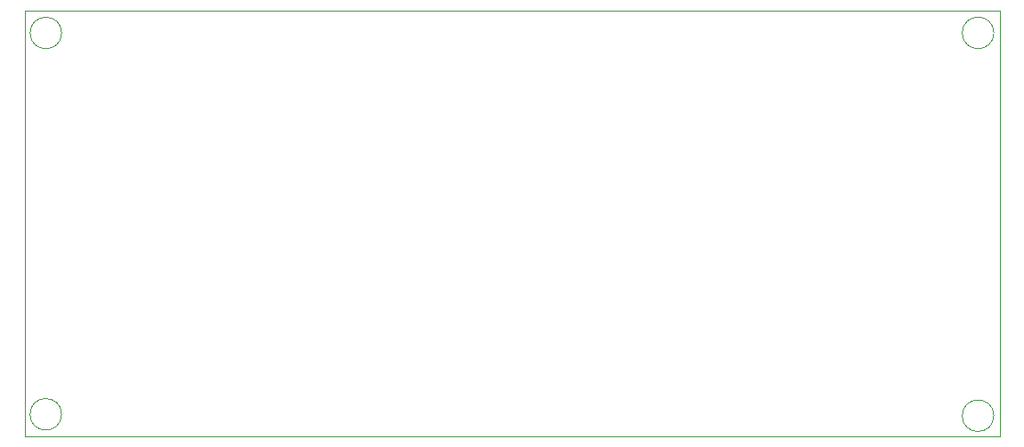
<source format=gm1>
G04 #@! TF.FileFunction,Profile,NP*
%FSLAX46Y46*%
G04 Gerber Fmt 4.6, Leading zero omitted, Abs format (unit mm)*
G04 Created by KiCad (PCBNEW 4.0.7-e2-6376~58~ubuntu16.04.1) date Tue Jun 12 19:08:58 2018*
%MOMM*%
%LPD*%
G01*
G04 APERTURE LIST*
%ADD10C,0.100000*%
%ADD11C,0.025400*%
G04 APERTURE END LIST*
D10*
D11*
X77470000Y-130048000D02*
X170180000Y-130048000D01*
X81000000Y-91627000D02*
G75*
G03X81000000Y-91627000I-1500000J0D01*
G01*
X169635000Y-91619000D02*
G75*
G03X169635000Y-91619000I-1500000J0D01*
G01*
X169635000Y-128095000D02*
G75*
G03X169635000Y-128095000I-1500000J0D01*
G01*
X80992000Y-127960000D02*
G75*
G03X80992000Y-127960000I-1500000J0D01*
G01*
X170180000Y-89535000D02*
X77470000Y-89535000D01*
X170180000Y-130048000D02*
X170180000Y-89535000D01*
X77470000Y-89535000D02*
X77470000Y-130048000D01*
M02*

</source>
